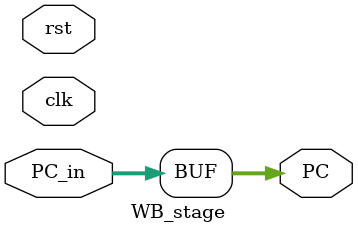
<source format=v>
module WB_stage (
    input clk, rst,
    input [31:0] PC_in,
    output [31:0] PC 
);

assign PC = PC_in;  

endmodule
</source>
